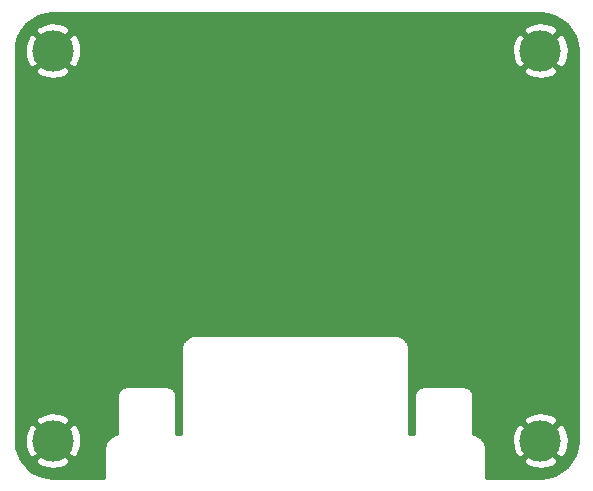
<source format=gbl>
%TF.GenerationSoftware,KiCad,Pcbnew,(5.1.8)-1*%
%TF.CreationDate,2021-01-19T22:33:46+01:00*%
%TF.ProjectId,D32 Joystick Adapter Faceplate A1,44333220-4a6f-4797-9374-69636b204164,rev?*%
%TF.SameCoordinates,Original*%
%TF.FileFunction,Copper,L2,Bot*%
%TF.FilePolarity,Positive*%
%FSLAX46Y46*%
G04 Gerber Fmt 4.6, Leading zero omitted, Abs format (unit mm)*
G04 Created by KiCad (PCBNEW (5.1.8)-1) date 2021-01-19 22:33:46*
%MOMM*%
%LPD*%
G01*
G04 APERTURE LIST*
%TA.AperFunction,ComponentPad*%
%ADD10C,3.500000*%
%TD*%
%TA.AperFunction,Conductor*%
%ADD11C,0.254000*%
%TD*%
%TA.AperFunction,Conductor*%
%ADD12C,0.100000*%
%TD*%
G04 APERTURE END LIST*
D10*
%TO.P,M1,1*%
%TO.N,Net-(M1-Pad1)*%
X102235000Y-108585000D03*
%TD*%
%TO.P,M2,1*%
%TO.N,Net-(M1-Pad1)*%
X143510000Y-108585000D03*
%TD*%
%TO.P,M3,1*%
%TO.N,Net-(M1-Pad1)*%
X143510000Y-75565000D03*
%TD*%
%TO.P,M4,1*%
%TO.N,Net-(M1-Pad1)*%
X102235000Y-75565000D03*
%TD*%
D11*
%TO.N,Net-(M1-Pad1)*%
X144121222Y-72478096D02*
X144709164Y-72655606D01*
X145251436Y-72943937D01*
X145727364Y-73332094D01*
X146118845Y-73805314D01*
X146410951Y-74345552D01*
X146592563Y-74932244D01*
X146660000Y-75573879D01*
X146660001Y-108552711D01*
X146596904Y-109196221D01*
X146419394Y-109784164D01*
X146131063Y-110326436D01*
X145742906Y-110802364D01*
X145269686Y-111193845D01*
X144729449Y-111485950D01*
X144142756Y-111667563D01*
X143501130Y-111735000D01*
X138906775Y-111735000D01*
X138899987Y-111734335D01*
X138899500Y-111729699D01*
X138899500Y-110254609D01*
X142019997Y-110254609D01*
X142206073Y-110595766D01*
X142623409Y-110811513D01*
X143074815Y-110941696D01*
X143542946Y-110981313D01*
X144009811Y-110928842D01*
X144457468Y-110786297D01*
X144813927Y-110595766D01*
X145000003Y-110254609D01*
X143510000Y-108764605D01*
X142019997Y-110254609D01*
X138899500Y-110254609D01*
X138899500Y-109251081D01*
X138896742Y-109223081D01*
X138896769Y-109219245D01*
X138895869Y-109210074D01*
X138882914Y-109086823D01*
X138870887Y-109028233D01*
X138859678Y-108969471D01*
X138857014Y-108960649D01*
X138820367Y-108842262D01*
X138797192Y-108787132D01*
X138774778Y-108731653D01*
X138770451Y-108723517D01*
X138713370Y-108617946D01*
X141113687Y-108617946D01*
X141166158Y-109084811D01*
X141308703Y-109532468D01*
X141499234Y-109888927D01*
X141840391Y-110075003D01*
X143330395Y-108585000D01*
X143689605Y-108585000D01*
X145179609Y-110075003D01*
X145520766Y-109888927D01*
X145736513Y-109471591D01*
X145866696Y-109020185D01*
X145906313Y-108552054D01*
X145853842Y-108085189D01*
X145711297Y-107637532D01*
X145520766Y-107281073D01*
X145179609Y-107094997D01*
X143689605Y-108585000D01*
X143330395Y-108585000D01*
X141840391Y-107094997D01*
X141499234Y-107281073D01*
X141283487Y-107698409D01*
X141153304Y-108149815D01*
X141113687Y-108617946D01*
X138713370Y-108617946D01*
X138711507Y-108614502D01*
X138678065Y-108564922D01*
X138645303Y-108514855D01*
X138639478Y-108507714D01*
X138560482Y-108412224D01*
X138518066Y-108370103D01*
X138476184Y-108327334D01*
X138469084Y-108321461D01*
X138373045Y-108243133D01*
X138323203Y-108210018D01*
X138273862Y-108176233D01*
X138265756Y-108171850D01*
X138156332Y-108113668D01*
X138101054Y-108090884D01*
X138046045Y-108067307D01*
X138037241Y-108064582D01*
X137918601Y-108028762D01*
X137859872Y-108017133D01*
X137820000Y-108008658D01*
X137820000Y-106915391D01*
X142019997Y-106915391D01*
X143510000Y-108405395D01*
X145000003Y-106915391D01*
X144813927Y-106574234D01*
X144396591Y-106358487D01*
X143945185Y-106228304D01*
X143477054Y-106188687D01*
X143010189Y-106241158D01*
X142562532Y-106383703D01*
X142206073Y-106574234D01*
X142019997Y-106915391D01*
X137820000Y-106915391D01*
X137820000Y-104742581D01*
X137817277Y-104714929D01*
X137817281Y-104714291D01*
X137816381Y-104705120D01*
X137815261Y-104694460D01*
X137810450Y-104645617D01*
X137799244Y-104608678D01*
X137790555Y-104563123D01*
X137787892Y-104554302D01*
X137780563Y-104530625D01*
X137757384Y-104475484D01*
X137734970Y-104420007D01*
X137730643Y-104411871D01*
X137718854Y-104390068D01*
X137685413Y-104340490D01*
X137652654Y-104290428D01*
X137646830Y-104283287D01*
X137631031Y-104264189D01*
X137588602Y-104222055D01*
X137546735Y-104179300D01*
X137539634Y-104173426D01*
X137520426Y-104157760D01*
X137470609Y-104124661D01*
X137421229Y-104090851D01*
X137413123Y-104086468D01*
X137391238Y-104074833D01*
X137335960Y-104052050D01*
X137280963Y-104028478D01*
X137272159Y-104025753D01*
X137248431Y-104018589D01*
X137200360Y-104009070D01*
X137162383Y-103997550D01*
X137123683Y-103993738D01*
X137122080Y-103993570D01*
X137122075Y-103993569D01*
X137122070Y-103993569D01*
X137097412Y-103991151D01*
X137065419Y-103988000D01*
X133571581Y-103988000D01*
X133543929Y-103990723D01*
X133543291Y-103990719D01*
X133534120Y-103991619D01*
X133523460Y-103992739D01*
X133474617Y-103997550D01*
X133437678Y-104008756D01*
X133392123Y-104017445D01*
X133383302Y-104020108D01*
X133359625Y-104027437D01*
X133304484Y-104050616D01*
X133249007Y-104073030D01*
X133240871Y-104077357D01*
X133219068Y-104089146D01*
X133169490Y-104122587D01*
X133119428Y-104155346D01*
X133112287Y-104161170D01*
X133093189Y-104176969D01*
X133051055Y-104219398D01*
X133008300Y-104261265D01*
X133002426Y-104268366D01*
X132986760Y-104287574D01*
X132953661Y-104337391D01*
X132919851Y-104386771D01*
X132915468Y-104394877D01*
X132903833Y-104416762D01*
X132881050Y-104472040D01*
X132857478Y-104527037D01*
X132854753Y-104535841D01*
X132847589Y-104559569D01*
X132838068Y-104607650D01*
X132826551Y-104645617D01*
X132822754Y-104684165D01*
X132822570Y-104685920D01*
X132822569Y-104685925D01*
X132822569Y-104685930D01*
X132820151Y-104710588D01*
X132820151Y-104710598D01*
X132817001Y-104742581D01*
X132817000Y-107988500D01*
X132429775Y-107988500D01*
X132422987Y-107987835D01*
X132422500Y-107983199D01*
X132422500Y-100869081D01*
X132419742Y-100841081D01*
X132419769Y-100837245D01*
X132418869Y-100828074D01*
X132405914Y-100704823D01*
X132393887Y-100646233D01*
X132382678Y-100587471D01*
X132380014Y-100578649D01*
X132343367Y-100460262D01*
X132320192Y-100405132D01*
X132297778Y-100349653D01*
X132293451Y-100341517D01*
X132234507Y-100232502D01*
X132201065Y-100182922D01*
X132168303Y-100132855D01*
X132162478Y-100125714D01*
X132083482Y-100030224D01*
X132041066Y-99988103D01*
X131999184Y-99945334D01*
X131992084Y-99939461D01*
X131896045Y-99861133D01*
X131846203Y-99828018D01*
X131796862Y-99794233D01*
X131788756Y-99789850D01*
X131679332Y-99731668D01*
X131624054Y-99708884D01*
X131569045Y-99685307D01*
X131560241Y-99682582D01*
X131441601Y-99646762D01*
X131382872Y-99635133D01*
X131324405Y-99622706D01*
X131315247Y-99621744D01*
X131315244Y-99621743D01*
X131315241Y-99621743D01*
X131191902Y-99609650D01*
X131159919Y-99606500D01*
X114331081Y-99606500D01*
X114303081Y-99609258D01*
X114299245Y-99609231D01*
X114290074Y-99610131D01*
X114166823Y-99623086D01*
X114108233Y-99635113D01*
X114049471Y-99646322D01*
X114040649Y-99648986D01*
X113922262Y-99685633D01*
X113867132Y-99708808D01*
X113811653Y-99731222D01*
X113803517Y-99735549D01*
X113694502Y-99794493D01*
X113644922Y-99827935D01*
X113594855Y-99860697D01*
X113587714Y-99866522D01*
X113492224Y-99945518D01*
X113450103Y-99987934D01*
X113407334Y-100029816D01*
X113401461Y-100036916D01*
X113323133Y-100132955D01*
X113290018Y-100182797D01*
X113256233Y-100232138D01*
X113251850Y-100240244D01*
X113193668Y-100349668D01*
X113170884Y-100404946D01*
X113147307Y-100459955D01*
X113144582Y-100468759D01*
X113108762Y-100587399D01*
X113097141Y-100646092D01*
X113084706Y-100704595D01*
X113083744Y-100713753D01*
X113083744Y-100713754D01*
X113083743Y-100713759D01*
X113071650Y-100837098D01*
X113068500Y-100869082D01*
X113068501Y-107981215D01*
X113067835Y-107988013D01*
X113063199Y-107988500D01*
X112674000Y-107988500D01*
X112674000Y-104742581D01*
X112671277Y-104714929D01*
X112671281Y-104714291D01*
X112670381Y-104705120D01*
X112669261Y-104694460D01*
X112664450Y-104645617D01*
X112653244Y-104608678D01*
X112644555Y-104563123D01*
X112641892Y-104554302D01*
X112634563Y-104530625D01*
X112611384Y-104475484D01*
X112588970Y-104420007D01*
X112584643Y-104411871D01*
X112572854Y-104390068D01*
X112539413Y-104340490D01*
X112506654Y-104290428D01*
X112500830Y-104283287D01*
X112485031Y-104264189D01*
X112442602Y-104222055D01*
X112400735Y-104179300D01*
X112393634Y-104173426D01*
X112374426Y-104157760D01*
X112324609Y-104124661D01*
X112275229Y-104090851D01*
X112267123Y-104086468D01*
X112245238Y-104074833D01*
X112189960Y-104052050D01*
X112134963Y-104028478D01*
X112126159Y-104025753D01*
X112102431Y-104018589D01*
X112054360Y-104009070D01*
X112016383Y-103997550D01*
X111977683Y-103993738D01*
X111976080Y-103993570D01*
X111976075Y-103993569D01*
X111976070Y-103993569D01*
X111951412Y-103991151D01*
X111919419Y-103988000D01*
X108425581Y-103988000D01*
X108397929Y-103990723D01*
X108397291Y-103990719D01*
X108388120Y-103991619D01*
X108377460Y-103992739D01*
X108328617Y-103997550D01*
X108291678Y-104008756D01*
X108246123Y-104017445D01*
X108237302Y-104020108D01*
X108213625Y-104027437D01*
X108158484Y-104050616D01*
X108103007Y-104073030D01*
X108094871Y-104077357D01*
X108073068Y-104089146D01*
X108023490Y-104122587D01*
X107973428Y-104155346D01*
X107966287Y-104161170D01*
X107947189Y-104176969D01*
X107905055Y-104219398D01*
X107862300Y-104261265D01*
X107856426Y-104268366D01*
X107840760Y-104287574D01*
X107807661Y-104337391D01*
X107773851Y-104386771D01*
X107769468Y-104394877D01*
X107757833Y-104416762D01*
X107735050Y-104472040D01*
X107711478Y-104527037D01*
X107708753Y-104535841D01*
X107701589Y-104559569D01*
X107692068Y-104607650D01*
X107680551Y-104645617D01*
X107676754Y-104684165D01*
X107676570Y-104685920D01*
X107676569Y-104685925D01*
X107676569Y-104685930D01*
X107674151Y-104710588D01*
X107674151Y-104710598D01*
X107671001Y-104742581D01*
X107671000Y-108008950D01*
X107631233Y-108017113D01*
X107572471Y-108028322D01*
X107563649Y-108030986D01*
X107445262Y-108067633D01*
X107390132Y-108090808D01*
X107334653Y-108113222D01*
X107326517Y-108117549D01*
X107217502Y-108176493D01*
X107167922Y-108209935D01*
X107117855Y-108242697D01*
X107110714Y-108248522D01*
X107015224Y-108327518D01*
X106973103Y-108369934D01*
X106930334Y-108411816D01*
X106924461Y-108418916D01*
X106846133Y-108514955D01*
X106813018Y-108564797D01*
X106779233Y-108614138D01*
X106774850Y-108622244D01*
X106716668Y-108731668D01*
X106693890Y-108786932D01*
X106670307Y-108841955D01*
X106667582Y-108850759D01*
X106631762Y-108969399D01*
X106620141Y-109028092D01*
X106607706Y-109086595D01*
X106606744Y-109095753D01*
X106606744Y-109095754D01*
X106606743Y-109095759D01*
X106594650Y-109219098D01*
X106591500Y-109251082D01*
X106591501Y-111727716D01*
X106590835Y-111734513D01*
X106586199Y-111735000D01*
X102267279Y-111735000D01*
X101623779Y-111671904D01*
X101035836Y-111494394D01*
X100493564Y-111206063D01*
X100017636Y-110817906D01*
X99626155Y-110344686D01*
X99577451Y-110254609D01*
X100744997Y-110254609D01*
X100931073Y-110595766D01*
X101348409Y-110811513D01*
X101799815Y-110941696D01*
X102267946Y-110981313D01*
X102734811Y-110928842D01*
X103182468Y-110786297D01*
X103538927Y-110595766D01*
X103725003Y-110254609D01*
X102235000Y-108764605D01*
X100744997Y-110254609D01*
X99577451Y-110254609D01*
X99334050Y-109804449D01*
X99152437Y-109217756D01*
X99089395Y-108617946D01*
X99838687Y-108617946D01*
X99891158Y-109084811D01*
X100033703Y-109532468D01*
X100224234Y-109888927D01*
X100565391Y-110075003D01*
X102055395Y-108585000D01*
X102414605Y-108585000D01*
X103904609Y-110075003D01*
X104245766Y-109888927D01*
X104461513Y-109471591D01*
X104591696Y-109020185D01*
X104631313Y-108552054D01*
X104578842Y-108085189D01*
X104436297Y-107637532D01*
X104245766Y-107281073D01*
X103904609Y-107094997D01*
X102414605Y-108585000D01*
X102055395Y-108585000D01*
X100565391Y-107094997D01*
X100224234Y-107281073D01*
X100008487Y-107698409D01*
X99878304Y-108149815D01*
X99838687Y-108617946D01*
X99089395Y-108617946D01*
X99085000Y-108576130D01*
X99085000Y-106915391D01*
X100744997Y-106915391D01*
X102235000Y-108405395D01*
X103725003Y-106915391D01*
X103538927Y-106574234D01*
X103121591Y-106358487D01*
X102670185Y-106228304D01*
X102202054Y-106188687D01*
X101735189Y-106241158D01*
X101287532Y-106383703D01*
X100931073Y-106574234D01*
X100744997Y-106915391D01*
X99085000Y-106915391D01*
X99085000Y-77234609D01*
X100744997Y-77234609D01*
X100931073Y-77575766D01*
X101348409Y-77791513D01*
X101799815Y-77921696D01*
X102267946Y-77961313D01*
X102734811Y-77908842D01*
X103182468Y-77766297D01*
X103538927Y-77575766D01*
X103725003Y-77234609D01*
X142019997Y-77234609D01*
X142206073Y-77575766D01*
X142623409Y-77791513D01*
X143074815Y-77921696D01*
X143542946Y-77961313D01*
X144009811Y-77908842D01*
X144457468Y-77766297D01*
X144813927Y-77575766D01*
X145000003Y-77234609D01*
X143510000Y-75744605D01*
X142019997Y-77234609D01*
X103725003Y-77234609D01*
X102235000Y-75744605D01*
X100744997Y-77234609D01*
X99085000Y-77234609D01*
X99085000Y-75597946D01*
X99838687Y-75597946D01*
X99891158Y-76064811D01*
X100033703Y-76512468D01*
X100224234Y-76868927D01*
X100565391Y-77055003D01*
X102055395Y-75565000D01*
X102414605Y-75565000D01*
X103904609Y-77055003D01*
X104245766Y-76868927D01*
X104461513Y-76451591D01*
X104591696Y-76000185D01*
X104625736Y-75597946D01*
X141113687Y-75597946D01*
X141166158Y-76064811D01*
X141308703Y-76512468D01*
X141499234Y-76868927D01*
X141840391Y-77055003D01*
X143330395Y-75565000D01*
X143689605Y-75565000D01*
X145179609Y-77055003D01*
X145520766Y-76868927D01*
X145736513Y-76451591D01*
X145866696Y-76000185D01*
X145906313Y-75532054D01*
X145853842Y-75065189D01*
X145711297Y-74617532D01*
X145520766Y-74261073D01*
X145179609Y-74074997D01*
X143689605Y-75565000D01*
X143330395Y-75565000D01*
X141840391Y-74074997D01*
X141499234Y-74261073D01*
X141283487Y-74678409D01*
X141153304Y-75129815D01*
X141113687Y-75597946D01*
X104625736Y-75597946D01*
X104631313Y-75532054D01*
X104578842Y-75065189D01*
X104436297Y-74617532D01*
X104245766Y-74261073D01*
X103904609Y-74074997D01*
X102414605Y-75565000D01*
X102055395Y-75565000D01*
X100565391Y-74074997D01*
X100224234Y-74261073D01*
X100008487Y-74678409D01*
X99878304Y-75129815D01*
X99838687Y-75597946D01*
X99085000Y-75597946D01*
X99085000Y-75597279D01*
X99148096Y-74953778D01*
X99325606Y-74365836D01*
X99575745Y-73895391D01*
X100744997Y-73895391D01*
X102235000Y-75385395D01*
X103725003Y-73895391D01*
X142019997Y-73895391D01*
X143510000Y-75385395D01*
X145000003Y-73895391D01*
X144813927Y-73554234D01*
X144396591Y-73338487D01*
X143945185Y-73208304D01*
X143477054Y-73168687D01*
X143010189Y-73221158D01*
X142562532Y-73363703D01*
X142206073Y-73554234D01*
X142019997Y-73895391D01*
X103725003Y-73895391D01*
X103538927Y-73554234D01*
X103121591Y-73338487D01*
X102670185Y-73208304D01*
X102202054Y-73168687D01*
X101735189Y-73221158D01*
X101287532Y-73363703D01*
X100931073Y-73554234D01*
X100744997Y-73895391D01*
X99575745Y-73895391D01*
X99613937Y-73823564D01*
X100002094Y-73347636D01*
X100475314Y-72956155D01*
X101015552Y-72664049D01*
X101602244Y-72482437D01*
X102243879Y-72415000D01*
X143477721Y-72415000D01*
X144121222Y-72478096D01*
%TA.AperFunction,Conductor*%
D12*
G36*
X144121222Y-72478096D02*
G01*
X144709164Y-72655606D01*
X145251436Y-72943937D01*
X145727364Y-73332094D01*
X146118845Y-73805314D01*
X146410951Y-74345552D01*
X146592563Y-74932244D01*
X146660000Y-75573879D01*
X146660001Y-108552711D01*
X146596904Y-109196221D01*
X146419394Y-109784164D01*
X146131063Y-110326436D01*
X145742906Y-110802364D01*
X145269686Y-111193845D01*
X144729449Y-111485950D01*
X144142756Y-111667563D01*
X143501130Y-111735000D01*
X138906775Y-111735000D01*
X138899987Y-111734335D01*
X138899500Y-111729699D01*
X138899500Y-110254609D01*
X142019997Y-110254609D01*
X142206073Y-110595766D01*
X142623409Y-110811513D01*
X143074815Y-110941696D01*
X143542946Y-110981313D01*
X144009811Y-110928842D01*
X144457468Y-110786297D01*
X144813927Y-110595766D01*
X145000003Y-110254609D01*
X143510000Y-108764605D01*
X142019997Y-110254609D01*
X138899500Y-110254609D01*
X138899500Y-109251081D01*
X138896742Y-109223081D01*
X138896769Y-109219245D01*
X138895869Y-109210074D01*
X138882914Y-109086823D01*
X138870887Y-109028233D01*
X138859678Y-108969471D01*
X138857014Y-108960649D01*
X138820367Y-108842262D01*
X138797192Y-108787132D01*
X138774778Y-108731653D01*
X138770451Y-108723517D01*
X138713370Y-108617946D01*
X141113687Y-108617946D01*
X141166158Y-109084811D01*
X141308703Y-109532468D01*
X141499234Y-109888927D01*
X141840391Y-110075003D01*
X143330395Y-108585000D01*
X143689605Y-108585000D01*
X145179609Y-110075003D01*
X145520766Y-109888927D01*
X145736513Y-109471591D01*
X145866696Y-109020185D01*
X145906313Y-108552054D01*
X145853842Y-108085189D01*
X145711297Y-107637532D01*
X145520766Y-107281073D01*
X145179609Y-107094997D01*
X143689605Y-108585000D01*
X143330395Y-108585000D01*
X141840391Y-107094997D01*
X141499234Y-107281073D01*
X141283487Y-107698409D01*
X141153304Y-108149815D01*
X141113687Y-108617946D01*
X138713370Y-108617946D01*
X138711507Y-108614502D01*
X138678065Y-108564922D01*
X138645303Y-108514855D01*
X138639478Y-108507714D01*
X138560482Y-108412224D01*
X138518066Y-108370103D01*
X138476184Y-108327334D01*
X138469084Y-108321461D01*
X138373045Y-108243133D01*
X138323203Y-108210018D01*
X138273862Y-108176233D01*
X138265756Y-108171850D01*
X138156332Y-108113668D01*
X138101054Y-108090884D01*
X138046045Y-108067307D01*
X138037241Y-108064582D01*
X137918601Y-108028762D01*
X137859872Y-108017133D01*
X137820000Y-108008658D01*
X137820000Y-106915391D01*
X142019997Y-106915391D01*
X143510000Y-108405395D01*
X145000003Y-106915391D01*
X144813927Y-106574234D01*
X144396591Y-106358487D01*
X143945185Y-106228304D01*
X143477054Y-106188687D01*
X143010189Y-106241158D01*
X142562532Y-106383703D01*
X142206073Y-106574234D01*
X142019997Y-106915391D01*
X137820000Y-106915391D01*
X137820000Y-104742581D01*
X137817277Y-104714929D01*
X137817281Y-104714291D01*
X137816381Y-104705120D01*
X137815261Y-104694460D01*
X137810450Y-104645617D01*
X137799244Y-104608678D01*
X137790555Y-104563123D01*
X137787892Y-104554302D01*
X137780563Y-104530625D01*
X137757384Y-104475484D01*
X137734970Y-104420007D01*
X137730643Y-104411871D01*
X137718854Y-104390068D01*
X137685413Y-104340490D01*
X137652654Y-104290428D01*
X137646830Y-104283287D01*
X137631031Y-104264189D01*
X137588602Y-104222055D01*
X137546735Y-104179300D01*
X137539634Y-104173426D01*
X137520426Y-104157760D01*
X137470609Y-104124661D01*
X137421229Y-104090851D01*
X137413123Y-104086468D01*
X137391238Y-104074833D01*
X137335960Y-104052050D01*
X137280963Y-104028478D01*
X137272159Y-104025753D01*
X137248431Y-104018589D01*
X137200360Y-104009070D01*
X137162383Y-103997550D01*
X137123683Y-103993738D01*
X137122080Y-103993570D01*
X137122075Y-103993569D01*
X137122070Y-103993569D01*
X137097412Y-103991151D01*
X137065419Y-103988000D01*
X133571581Y-103988000D01*
X133543929Y-103990723D01*
X133543291Y-103990719D01*
X133534120Y-103991619D01*
X133523460Y-103992739D01*
X133474617Y-103997550D01*
X133437678Y-104008756D01*
X133392123Y-104017445D01*
X133383302Y-104020108D01*
X133359625Y-104027437D01*
X133304484Y-104050616D01*
X133249007Y-104073030D01*
X133240871Y-104077357D01*
X133219068Y-104089146D01*
X133169490Y-104122587D01*
X133119428Y-104155346D01*
X133112287Y-104161170D01*
X133093189Y-104176969D01*
X133051055Y-104219398D01*
X133008300Y-104261265D01*
X133002426Y-104268366D01*
X132986760Y-104287574D01*
X132953661Y-104337391D01*
X132919851Y-104386771D01*
X132915468Y-104394877D01*
X132903833Y-104416762D01*
X132881050Y-104472040D01*
X132857478Y-104527037D01*
X132854753Y-104535841D01*
X132847589Y-104559569D01*
X132838068Y-104607650D01*
X132826551Y-104645617D01*
X132822754Y-104684165D01*
X132822570Y-104685920D01*
X132822569Y-104685925D01*
X132822569Y-104685930D01*
X132820151Y-104710588D01*
X132820151Y-104710598D01*
X132817001Y-104742581D01*
X132817000Y-107988500D01*
X132429775Y-107988500D01*
X132422987Y-107987835D01*
X132422500Y-107983199D01*
X132422500Y-100869081D01*
X132419742Y-100841081D01*
X132419769Y-100837245D01*
X132418869Y-100828074D01*
X132405914Y-100704823D01*
X132393887Y-100646233D01*
X132382678Y-100587471D01*
X132380014Y-100578649D01*
X132343367Y-100460262D01*
X132320192Y-100405132D01*
X132297778Y-100349653D01*
X132293451Y-100341517D01*
X132234507Y-100232502D01*
X132201065Y-100182922D01*
X132168303Y-100132855D01*
X132162478Y-100125714D01*
X132083482Y-100030224D01*
X132041066Y-99988103D01*
X131999184Y-99945334D01*
X131992084Y-99939461D01*
X131896045Y-99861133D01*
X131846203Y-99828018D01*
X131796862Y-99794233D01*
X131788756Y-99789850D01*
X131679332Y-99731668D01*
X131624054Y-99708884D01*
X131569045Y-99685307D01*
X131560241Y-99682582D01*
X131441601Y-99646762D01*
X131382872Y-99635133D01*
X131324405Y-99622706D01*
X131315247Y-99621744D01*
X131315244Y-99621743D01*
X131315241Y-99621743D01*
X131191902Y-99609650D01*
X131159919Y-99606500D01*
X114331081Y-99606500D01*
X114303081Y-99609258D01*
X114299245Y-99609231D01*
X114290074Y-99610131D01*
X114166823Y-99623086D01*
X114108233Y-99635113D01*
X114049471Y-99646322D01*
X114040649Y-99648986D01*
X113922262Y-99685633D01*
X113867132Y-99708808D01*
X113811653Y-99731222D01*
X113803517Y-99735549D01*
X113694502Y-99794493D01*
X113644922Y-99827935D01*
X113594855Y-99860697D01*
X113587714Y-99866522D01*
X113492224Y-99945518D01*
X113450103Y-99987934D01*
X113407334Y-100029816D01*
X113401461Y-100036916D01*
X113323133Y-100132955D01*
X113290018Y-100182797D01*
X113256233Y-100232138D01*
X113251850Y-100240244D01*
X113193668Y-100349668D01*
X113170884Y-100404946D01*
X113147307Y-100459955D01*
X113144582Y-100468759D01*
X113108762Y-100587399D01*
X113097141Y-100646092D01*
X113084706Y-100704595D01*
X113083744Y-100713753D01*
X113083744Y-100713754D01*
X113083743Y-100713759D01*
X113071650Y-100837098D01*
X113068500Y-100869082D01*
X113068501Y-107981215D01*
X113067835Y-107988013D01*
X113063199Y-107988500D01*
X112674000Y-107988500D01*
X112674000Y-104742581D01*
X112671277Y-104714929D01*
X112671281Y-104714291D01*
X112670381Y-104705120D01*
X112669261Y-104694460D01*
X112664450Y-104645617D01*
X112653244Y-104608678D01*
X112644555Y-104563123D01*
X112641892Y-104554302D01*
X112634563Y-104530625D01*
X112611384Y-104475484D01*
X112588970Y-104420007D01*
X112584643Y-104411871D01*
X112572854Y-104390068D01*
X112539413Y-104340490D01*
X112506654Y-104290428D01*
X112500830Y-104283287D01*
X112485031Y-104264189D01*
X112442602Y-104222055D01*
X112400735Y-104179300D01*
X112393634Y-104173426D01*
X112374426Y-104157760D01*
X112324609Y-104124661D01*
X112275229Y-104090851D01*
X112267123Y-104086468D01*
X112245238Y-104074833D01*
X112189960Y-104052050D01*
X112134963Y-104028478D01*
X112126159Y-104025753D01*
X112102431Y-104018589D01*
X112054360Y-104009070D01*
X112016383Y-103997550D01*
X111977683Y-103993738D01*
X111976080Y-103993570D01*
X111976075Y-103993569D01*
X111976070Y-103993569D01*
X111951412Y-103991151D01*
X111919419Y-103988000D01*
X108425581Y-103988000D01*
X108397929Y-103990723D01*
X108397291Y-103990719D01*
X108388120Y-103991619D01*
X108377460Y-103992739D01*
X108328617Y-103997550D01*
X108291678Y-104008756D01*
X108246123Y-104017445D01*
X108237302Y-104020108D01*
X108213625Y-104027437D01*
X108158484Y-104050616D01*
X108103007Y-104073030D01*
X108094871Y-104077357D01*
X108073068Y-104089146D01*
X108023490Y-104122587D01*
X107973428Y-104155346D01*
X107966287Y-104161170D01*
X107947189Y-104176969D01*
X107905055Y-104219398D01*
X107862300Y-104261265D01*
X107856426Y-104268366D01*
X107840760Y-104287574D01*
X107807661Y-104337391D01*
X107773851Y-104386771D01*
X107769468Y-104394877D01*
X107757833Y-104416762D01*
X107735050Y-104472040D01*
X107711478Y-104527037D01*
X107708753Y-104535841D01*
X107701589Y-104559569D01*
X107692068Y-104607650D01*
X107680551Y-104645617D01*
X107676754Y-104684165D01*
X107676570Y-104685920D01*
X107676569Y-104685925D01*
X107676569Y-104685930D01*
X107674151Y-104710588D01*
X107674151Y-104710598D01*
X107671001Y-104742581D01*
X107671000Y-108008950D01*
X107631233Y-108017113D01*
X107572471Y-108028322D01*
X107563649Y-108030986D01*
X107445262Y-108067633D01*
X107390132Y-108090808D01*
X107334653Y-108113222D01*
X107326517Y-108117549D01*
X107217502Y-108176493D01*
X107167922Y-108209935D01*
X107117855Y-108242697D01*
X107110714Y-108248522D01*
X107015224Y-108327518D01*
X106973103Y-108369934D01*
X106930334Y-108411816D01*
X106924461Y-108418916D01*
X106846133Y-108514955D01*
X106813018Y-108564797D01*
X106779233Y-108614138D01*
X106774850Y-108622244D01*
X106716668Y-108731668D01*
X106693890Y-108786932D01*
X106670307Y-108841955D01*
X106667582Y-108850759D01*
X106631762Y-108969399D01*
X106620141Y-109028092D01*
X106607706Y-109086595D01*
X106606744Y-109095753D01*
X106606744Y-109095754D01*
X106606743Y-109095759D01*
X106594650Y-109219098D01*
X106591500Y-109251082D01*
X106591501Y-111727716D01*
X106590835Y-111734513D01*
X106586199Y-111735000D01*
X102267279Y-111735000D01*
X101623779Y-111671904D01*
X101035836Y-111494394D01*
X100493564Y-111206063D01*
X100017636Y-110817906D01*
X99626155Y-110344686D01*
X99577451Y-110254609D01*
X100744997Y-110254609D01*
X100931073Y-110595766D01*
X101348409Y-110811513D01*
X101799815Y-110941696D01*
X102267946Y-110981313D01*
X102734811Y-110928842D01*
X103182468Y-110786297D01*
X103538927Y-110595766D01*
X103725003Y-110254609D01*
X102235000Y-108764605D01*
X100744997Y-110254609D01*
X99577451Y-110254609D01*
X99334050Y-109804449D01*
X99152437Y-109217756D01*
X99089395Y-108617946D01*
X99838687Y-108617946D01*
X99891158Y-109084811D01*
X100033703Y-109532468D01*
X100224234Y-109888927D01*
X100565391Y-110075003D01*
X102055395Y-108585000D01*
X102414605Y-108585000D01*
X103904609Y-110075003D01*
X104245766Y-109888927D01*
X104461513Y-109471591D01*
X104591696Y-109020185D01*
X104631313Y-108552054D01*
X104578842Y-108085189D01*
X104436297Y-107637532D01*
X104245766Y-107281073D01*
X103904609Y-107094997D01*
X102414605Y-108585000D01*
X102055395Y-108585000D01*
X100565391Y-107094997D01*
X100224234Y-107281073D01*
X100008487Y-107698409D01*
X99878304Y-108149815D01*
X99838687Y-108617946D01*
X99089395Y-108617946D01*
X99085000Y-108576130D01*
X99085000Y-106915391D01*
X100744997Y-106915391D01*
X102235000Y-108405395D01*
X103725003Y-106915391D01*
X103538927Y-106574234D01*
X103121591Y-106358487D01*
X102670185Y-106228304D01*
X102202054Y-106188687D01*
X101735189Y-106241158D01*
X101287532Y-106383703D01*
X100931073Y-106574234D01*
X100744997Y-106915391D01*
X99085000Y-106915391D01*
X99085000Y-77234609D01*
X100744997Y-77234609D01*
X100931073Y-77575766D01*
X101348409Y-77791513D01*
X101799815Y-77921696D01*
X102267946Y-77961313D01*
X102734811Y-77908842D01*
X103182468Y-77766297D01*
X103538927Y-77575766D01*
X103725003Y-77234609D01*
X142019997Y-77234609D01*
X142206073Y-77575766D01*
X142623409Y-77791513D01*
X143074815Y-77921696D01*
X143542946Y-77961313D01*
X144009811Y-77908842D01*
X144457468Y-77766297D01*
X144813927Y-77575766D01*
X145000003Y-77234609D01*
X143510000Y-75744605D01*
X142019997Y-77234609D01*
X103725003Y-77234609D01*
X102235000Y-75744605D01*
X100744997Y-77234609D01*
X99085000Y-77234609D01*
X99085000Y-75597946D01*
X99838687Y-75597946D01*
X99891158Y-76064811D01*
X100033703Y-76512468D01*
X100224234Y-76868927D01*
X100565391Y-77055003D01*
X102055395Y-75565000D01*
X102414605Y-75565000D01*
X103904609Y-77055003D01*
X104245766Y-76868927D01*
X104461513Y-76451591D01*
X104591696Y-76000185D01*
X104625736Y-75597946D01*
X141113687Y-75597946D01*
X141166158Y-76064811D01*
X141308703Y-76512468D01*
X141499234Y-76868927D01*
X141840391Y-77055003D01*
X143330395Y-75565000D01*
X143689605Y-75565000D01*
X145179609Y-77055003D01*
X145520766Y-76868927D01*
X145736513Y-76451591D01*
X145866696Y-76000185D01*
X145906313Y-75532054D01*
X145853842Y-75065189D01*
X145711297Y-74617532D01*
X145520766Y-74261073D01*
X145179609Y-74074997D01*
X143689605Y-75565000D01*
X143330395Y-75565000D01*
X141840391Y-74074997D01*
X141499234Y-74261073D01*
X141283487Y-74678409D01*
X141153304Y-75129815D01*
X141113687Y-75597946D01*
X104625736Y-75597946D01*
X104631313Y-75532054D01*
X104578842Y-75065189D01*
X104436297Y-74617532D01*
X104245766Y-74261073D01*
X103904609Y-74074997D01*
X102414605Y-75565000D01*
X102055395Y-75565000D01*
X100565391Y-74074997D01*
X100224234Y-74261073D01*
X100008487Y-74678409D01*
X99878304Y-75129815D01*
X99838687Y-75597946D01*
X99085000Y-75597946D01*
X99085000Y-75597279D01*
X99148096Y-74953778D01*
X99325606Y-74365836D01*
X99575745Y-73895391D01*
X100744997Y-73895391D01*
X102235000Y-75385395D01*
X103725003Y-73895391D01*
X142019997Y-73895391D01*
X143510000Y-75385395D01*
X145000003Y-73895391D01*
X144813927Y-73554234D01*
X144396591Y-73338487D01*
X143945185Y-73208304D01*
X143477054Y-73168687D01*
X143010189Y-73221158D01*
X142562532Y-73363703D01*
X142206073Y-73554234D01*
X142019997Y-73895391D01*
X103725003Y-73895391D01*
X103538927Y-73554234D01*
X103121591Y-73338487D01*
X102670185Y-73208304D01*
X102202054Y-73168687D01*
X101735189Y-73221158D01*
X101287532Y-73363703D01*
X100931073Y-73554234D01*
X100744997Y-73895391D01*
X99575745Y-73895391D01*
X99613937Y-73823564D01*
X100002094Y-73347636D01*
X100475314Y-72956155D01*
X101015552Y-72664049D01*
X101602244Y-72482437D01*
X102243879Y-72415000D01*
X143477721Y-72415000D01*
X144121222Y-72478096D01*
G37*
%TD.AperFunction*%
%TD*%
M02*

</source>
